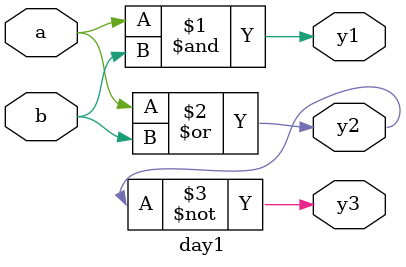
<source format=v>
`timescale 1ns / 1ps
module day1(y1, y2, y3, a, b);
    output y1;
    output y2;
    output y3;
    input a;
    input b;
	 and g1(y1,a,b);
	 or g2(y2,a,b);
	 not g3(y3,y2);


endmodule

</source>
